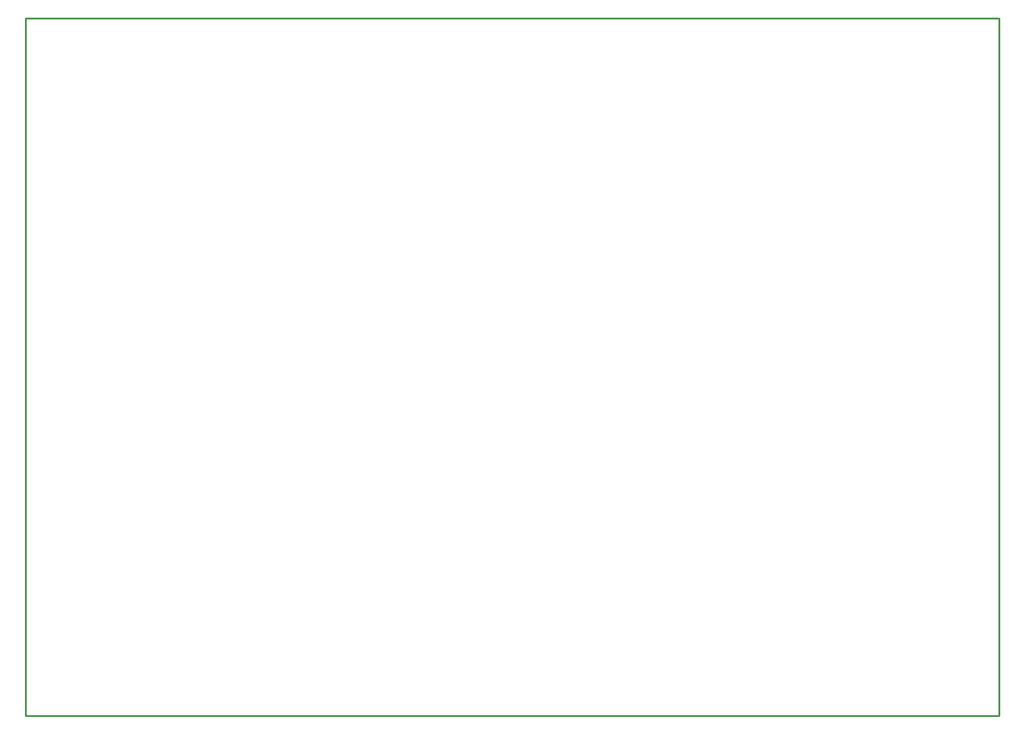
<source format=gko>
G04*
G04 #@! TF.GenerationSoftware,Altium Limited,Altium Designer,18.0.12 (696)*
G04*
G04 Layer_Color=16711935*
%FSLAX23Y23*%
%MOIN*%
G70*
G01*
G75*
%ADD15C,0.010*%
D15*
X0Y0D02*
Y3823D01*
Y0D02*
X5335D01*
Y3823D01*
X0D02*
X5335D01*
M02*

</source>
